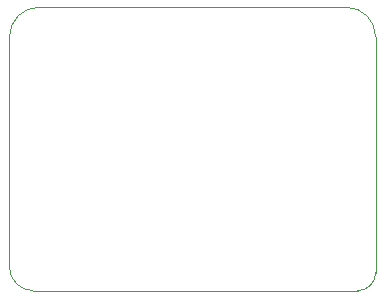
<source format=gbr>
%TF.GenerationSoftware,KiCad,Pcbnew,9.0.7*%
%TF.CreationDate,2026-01-25T21:22:40-08:00*%
%TF.ProjectId,pcb_design_lab,7063625f-6465-4736-9967-6e5f6c61622e,rev?*%
%TF.SameCoordinates,Original*%
%TF.FileFunction,Profile,NP*%
%FSLAX46Y46*%
G04 Gerber Fmt 4.6, Leading zero omitted, Abs format (unit mm)*
G04 Created by KiCad (PCBNEW 9.0.7) date 2026-01-25 21:22:40*
%MOMM*%
%LPD*%
G01*
G04 APERTURE LIST*
%TA.AperFunction,Profile*%
%ADD10C,0.050000*%
%TD*%
G04 APERTURE END LIST*
D10*
X104500000Y-67000000D02*
G75*
G02*
X107000000Y-64500000I2500000J0D01*
G01*
X104500000Y-67000000D02*
X104500000Y-86500000D01*
X135500000Y-87000000D02*
G75*
G02*
X134000000Y-88500000I-1500000J0D01*
G01*
X135500000Y-67000000D02*
X135500000Y-87000000D01*
X133000000Y-64500000D02*
G75*
G02*
X135500000Y-67000000I0J-2500000D01*
G01*
X134000000Y-88500000D02*
X106500000Y-88500000D01*
X106500000Y-88500000D02*
G75*
G02*
X104500000Y-86500000I0J2000000D01*
G01*
X107000000Y-64500000D02*
X133000000Y-64500000D01*
M02*

</source>
